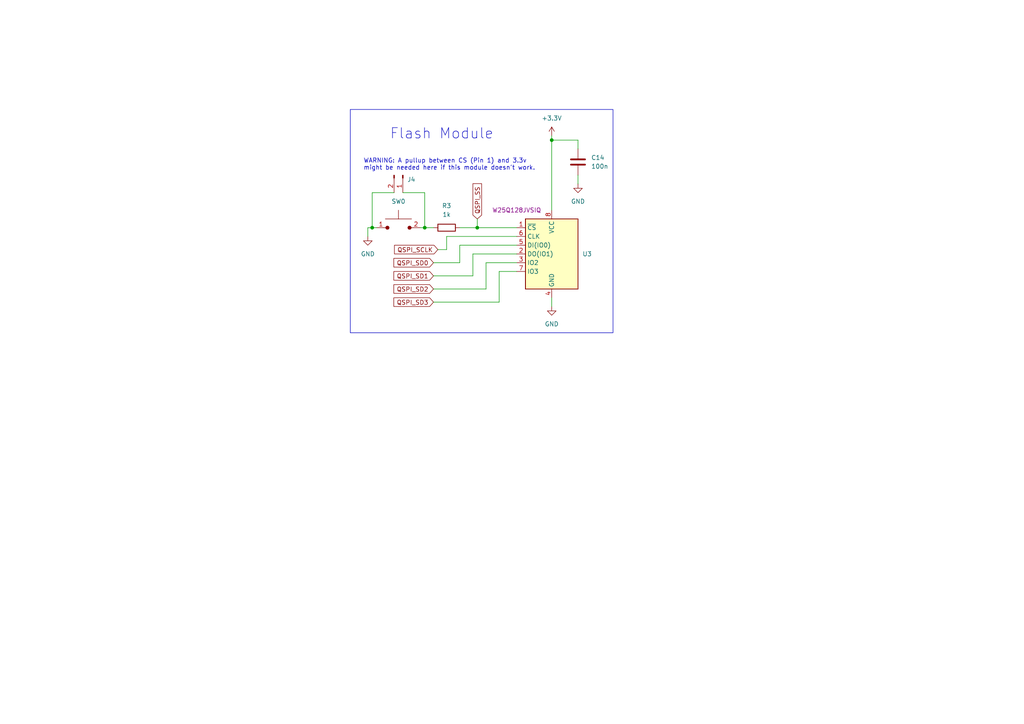
<source format=kicad_sch>
(kicad_sch (version 20230121) (generator eeschema)
  (paper "A4")
  (lib_symbols
    (symbol "Connector:Conn_01x02_Pin" (pin_names (offset 1.016) hide)
      (property "Reference" "J" (at 0 2.54 0))
      (property "Value" "Conn_01x02_Pin" (at 0 -5.08 0))
      (symbol "Conn_01x02_Pin_1_1"
        (polyline (pts (xy 1.27 -2.54) (xy 0.8636 -2.54)) (stroke (width 0.1524)))
        (polyline (pts (xy 1.27 0) (xy 0.8636 0)) (stroke (width 0.1524)))
        (rectangle (start 0.8636 -2.413) (end 0 -2.667) (stroke (width 0.1524)) (fill (type outline)))
        (rectangle (start 0.8636 0.127) (end 0 -0.127) (stroke (width 0.1524)) (fill (type outline)))
        (pin passive line (at 5.08 0 180) (length 3.81) (name "Pin_1") (number "1"))
        (pin passive line (at 5.08 -2.54 180) (length 3.81) (name "Pin_2") (number "2"))
      )
    )
    (symbol "Device:C" (pin_numbers hide) (pin_names (offset 0.254))
      (property "Reference" "C" (at 0.635 2.54 0))
      (property "Value" "C" (at 0.635 -2.54 0))
      (symbol "C_0_1"
        (polyline (pts (xy -2.032 -0.762) (xy 2.032 -0.762)) (stroke (width 0.508)))
        (polyline (pts (xy -2.032 0.762) (xy 2.032 0.762)) (stroke (width 0.508)))
      )
      (symbol "C_1_1"
        (pin passive line (at 0 3.81 270) (length 2.794) (name "~") (number "1"))
        (pin passive line (at 0 -3.81 90) (length 2.794) (name "~") (number "2"))
      )
    )
    (symbol "Device:R" (pin_numbers hide) (pin_names (offset 0))
      (property "Reference" "R" (at 2.032 0 90))
      (property "Value" "R" (at 0 0 90))
      (symbol "R_0_1"
        (rectangle (start -1.016 -2.54) (end 1.016 2.54) (stroke (width 0.254)))
      )
      (symbol "R_1_1"
        (pin passive line (at 0 3.81 270) (length 1.27) (name "~") (number "1"))
        (pin passive line (at 0 -3.81 90) (length 1.27) (name "~") (number "2"))
      )
    )
    (symbol "ND68:PTS636_SM43_SMTR_LFS"
      (property "Reference" "SW" (at -5.08 5.08 0))
      (symbol "PTS636_SM43_SMTR_LFS_1_1"
        (circle (center -3.2052 -0.0035) (radius 0.489) (fill (type outline)))
        (polyline (pts (xy 0 2.54) (xy 0 5.08)))
        (polyline (pts (xy 3.81 2.54) (xy -3.81 2.54)))
        (circle (center 3.219 -0.0035) (radius 0.489) (fill (type outline)))
        (pin passive line (at -6.35 0 0) (length 2.54) (name "") (number "1"))
        (pin passive line (at 6.35 0 180) (length 2.54) (name "") (number "2"))
      )
    )
    (symbol "ND68:W25Q128JVSIQ"
      (property "Reference" "U" (at -7.62 10.16 0))
      (symbol "W25Q128JVSIQ_0_1"
        (rectangle (start -7.62 8.89) (end 7.62 -11.43) (stroke (width 0.254)) (fill (type background)))
      )
      (symbol "W25Q128JVSIQ_1_1"
        (pin input line (at -10.16 6.35 0) (length 2.54) (name "~{CS}") (number "1"))
        (pin bidirectional line (at -10.16 -1.27 0) (length 2.54) (name "DO(IO1)") (number "2"))
        (pin bidirectional line (at -10.16 -3.81 0) (length 2.54) (name "IO2") (number "3"))
        (pin power_in line (at 0 -13.97 90) (length 2.54) (name "GND") (number "4"))
        (pin bidirectional line (at -10.16 1.27 0) (length 2.54) (name "DI(IO0)") (number "5"))
        (pin input line (at -10.16 3.81 0) (length 2.54) (name "CLK") (number "6"))
        (pin bidirectional line (at -10.16 -6.35 0) (length 2.54) (name "IO3") (number "7"))
        (pin power_in line (at 0 11.43 270) (length 2.54) (name "VCC") (number "8"))
      )
    )
    (symbol "power:+3.3V" (power) (pin_names (offset 0))
      (property "Value" "+3.3V" (at 0 3.556 0))
      (symbol "+3.3V_0_1"
        (polyline (pts (xy -0.762 1.27) (xy 0 2.54)))
        (polyline (pts (xy 0 0) (xy 0 2.54)))
        (polyline (pts (xy 0 2.54) (xy 0.762 1.27)))
      )
      (symbol "+3.3V_1_1"
        (pin power_in line (at 0 0 90) (length 0) hide (name "+3.3V") (number "1"))
      )
    )
    (symbol "power:GND" (power) (pin_names (offset 0))
      (property "Value" "GND" (at 0 -3.81 0))
      (symbol "GND_0_1"
        (polyline (pts (xy 0 0) (xy 0 -1.27) (xy 1.27 -1.27) (xy 0 -2.54) (xy -1.27 -1.27) (xy 0 -1.27)))
      )
      (symbol "GND_1_1"
        (pin power_in line (at 0 0 270) (length 0) hide (name "GND") (number "1"))
      )
    )
  )
  (junction (at 160.02 40.64))
  (junction (at 107.95 66.04))
  (junction (at 123.19 66.04))
  (junction (at 138.43 66.04))
  (wire (pts (xy 107.95 55.88) (xy 107.95 66.04)))
  (wire (pts (xy 144.78 78.74) (xy 149.86 78.74)))
  (wire (pts (xy 125.73 80.01) (xy 137.16 80.01)))
  (wire (pts (xy 106.68 66.04) (xy 106.68 68.58)))
  (wire (pts (xy 133.35 71.12) (xy 149.86 71.12)))
  (wire (pts (xy 138.43 63.5) (xy 138.43 66.04)))
  (wire (pts (xy 127 72.39) (xy 129.54 72.39)))
  (wire (pts (xy 160.02 40.64) (xy 167.64 40.64)))
  (wire (pts (xy 114.3 55.88) (xy 107.95 55.88)))
  (wire (pts (xy 137.16 80.01) (xy 137.16 73.66)))
  (wire (pts (xy 140.97 83.82) (xy 140.97 76.2)))
  (wire (pts (xy 125.73 83.82) (xy 140.97 83.82)))
  (wire (pts (xy 125.73 87.63) (xy 144.78 87.63)))
  (wire (pts (xy 144.78 87.63) (xy 144.78 78.74)))
  (wire (pts (xy 167.64 53.34) (xy 167.64 50.8)))
  (wire (pts (xy 129.54 72.39) (xy 129.54 68.58)))
  (wire (pts (xy 123.19 55.88) (xy 123.19 66.04)))
  (wire (pts (xy 167.64 40.64) (xy 167.64 43.18)))
  (wire (pts (xy 160.02 40.64) (xy 160.02 60.96)))
  (wire (pts (xy 133.35 76.2) (xy 133.35 71.12)))
  (wire (pts (xy 133.35 66.04) (xy 138.43 66.04)))
  (wire (pts (xy 160.02 86.36) (xy 160.02 88.9)))
  (wire (pts (xy 107.95 66.04) (xy 106.68 66.04)))
  (wire (pts (xy 129.54 68.58) (xy 149.86 68.58)))
  (wire (pts (xy 121.92 66.04) (xy 123.19 66.04)))
  (wire (pts (xy 140.97 76.2) (xy 149.86 76.2)))
  (wire (pts (xy 116.84 55.88) (xy 123.19 55.88)))
  (wire (pts (xy 137.16 73.66) (xy 149.86 73.66)))
  (wire (pts (xy 109.22 66.04) (xy 107.95 66.04)))
  (wire (pts (xy 138.43 66.04) (xy 149.86 66.04)))
  (wire (pts (xy 160.02 39.37) (xy 160.02 40.64)))
  (wire (pts (xy 123.19 66.04) (xy 125.73 66.04)))
  (wire (pts (xy 125.73 76.2) (xy 133.35 76.2)))
  (rectangle (start 101.6 31.75) (end 177.8 96.52))
  (text "Flash Module" (at 113.03 40.64 0) (effects (font (size 3 3)) (justify left bottom)))
  (text "WARNING: A pullup between CS (Pin 1) and 3.3v \nmight be needed here if this module doesn't work." (at 105.41 49.53 0) (effects (font (size 1.27 1.27)) (justify left bottom)))
  (global_label "QSPI_SCLK" (shape input) (at 127 72.39 180) (property "Intersheetrefs" "${INTERSHEET_REFS}" (effects hide)))
  (global_label "QSPI_SD0" (shape input) (at 125.73 76.2 180) (property "Intersheetrefs" "${INTERSHEET_REFS}" (effects hide)))
  (global_label "QSPI_SD2" (shape input) (at 125.73 83.82 180) (property "Intersheetrefs" "${INTERSHEET_REFS}" (effects hide)))
  (global_label "QSPI_SS" (shape input) (at 138.43 63.5 90) (property "Intersheetrefs" "${INTERSHEET_REFS}" (effects hide)))
  (global_label "QSPI_SD1" (shape input) (at 125.73 80.01 180) (property "Intersheetrefs" "${INTERSHEET_REFS}" (effects hide)))
  (global_label "QSPI_SD3" (shape input) (at 125.73 87.63 180) (property "Intersheetrefs" "${INTERSHEET_REFS}" (effects hide)))
  (symbol (lib_id "Connector:Conn_01x02_Pin") (at 116.84 50.8 270) (unit 1)
    (property "Reference" "J4" (at 118.11 52.07 90) (effects (justify left)))
    (property "Value" "Conn_01x02_Pin" (effects hide))
    (property "Footprint" "Connector_PinHeader_2.54mm:PinHeader_1x02_P2.54mm_Vertical" (effects hide))
  )
  (symbol (lib_id "power:+3.3V") (at 160.02 39.37 0) (unit 1)
    (property "Reference" "#PWR014" (effects hide))
    (property "Value" "+3.3V" (at 160.02 34.29 0))
  )
  (symbol (lib_id "power:GND") (at 106.68 68.58 0) (unit 1)
    (property "Reference" "#PWR017" (effects hide))
    (property "Value" "GND" (at 106.68 73.66 0))
  )
  (symbol (lib_id "Device:R") (at 129.54 66.04 90) (unit 1)
    (property "Reference" "R3" (at 129.54 59.69 90))
    (property "Value" "1k" (at 129.54 62.23 90))
    (property "Footprint" "Resistor_SMD:R_0402_1005Metric" (effects hide))
    (property "DigiKey" "311-1.0KJRCT-ND" (effects hide))
  )
  (symbol (lib_id "Device:C") (at 167.64 46.99 0) (unit 1)
    (property "Reference" "C14" (at 171.45 45.72 0) (effects (justify left)))
    (property "Value" "100n" (at 171.45 48.26 0) (effects (justify left)))
    (property "Footprint" "Capacitor_SMD:C_0201_0603Metric" (effects hide))
    (property "DigiKey" "1276-1013-1-ND" (effects hide))
  )
  (symbol (lib_id "power:GND") (at 160.02 88.9 0) (unit 1)
    (property "Reference" "#PWR016" (effects hide))
    (property "Value" "GND" (at 160.02 93.98 0))
  )
  (symbol (lib_id "power:GND") (at 167.64 53.34 0) (unit 1)
    (property "Reference" "#PWR015" (effects hide))
    (property "Value" "GND" (at 167.64 58.42 0))
  )
  (symbol (lib_id "ND68:W25Q128JVSIQ") (at 160.02 72.39 0) (unit 1)
    (property "Reference" "U3" (at 168.91 73.66 0) (effects (justify left)))
    (property "Footprint" "ND68:W25Q128JVSIQ" (effects hide))
    (property "Datasheet" "https://www.winbond.com/resource-files/W25Q128JV%20RevI%2008232021%20Plus.pdf" (effects hide))
    (property "DigiKey" "W25Q128JVSIQ-ND" (effects hide))
    (property "Name" "W25Q128JVSIQ" (at 149.86 60.96 0))
  )
  (symbol (lib_id "ND68:PTS636_SM43_SMTR_LFS") (at 115.57 66.04 0) (unit 1)
    (property "Reference" "SW0" (at 115.57 58.42 0))
    (property "Footprint" "ND68:PTS636 SM43 SMTR LFS" (effects hide))
    (property "DigiKey" "CKN12310-1-ND" (effects hide))
  )
)
</source>
